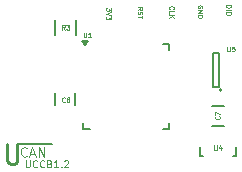
<source format=gto>
G04 #@! TF.FileFunction,Legend,Top*
%FSLAX46Y46*%
G04 Gerber Fmt 4.6, Leading zero omitted, Abs format (unit mm)*
G04 Created by KiCad (PCBNEW 4.0.4-stable) date 12/27/16 16:45:08*
%MOMM*%
%LPD*%
G01*
G04 APERTURE LIST*
%ADD10C,0.100000*%
%ADD11C,0.200000*%
%ADD12C,0.250000*%
%ADD13C,0.150000*%
%ADD14C,0.090000*%
G04 APERTURE END LIST*
D10*
X149825048Y-92678382D02*
X149825048Y-92926001D01*
X149672667Y-92792668D01*
X149672667Y-92849810D01*
X149653619Y-92887906D01*
X149634571Y-92906953D01*
X149596476Y-92926001D01*
X149501238Y-92926001D01*
X149463143Y-92906953D01*
X149444095Y-92887906D01*
X149425048Y-92849810D01*
X149425048Y-92735525D01*
X149444095Y-92697429D01*
X149463143Y-92678382D01*
X149825048Y-93040286D02*
X149425048Y-93173620D01*
X149825048Y-93306953D01*
X149825048Y-93402191D02*
X149825048Y-93649810D01*
X149672667Y-93516477D01*
X149672667Y-93573619D01*
X149653619Y-93611715D01*
X149634571Y-93630762D01*
X149596476Y-93649810D01*
X149501238Y-93649810D01*
X149463143Y-93630762D01*
X149444095Y-93611715D01*
X149425048Y-93573619D01*
X149425048Y-93459334D01*
X149444095Y-93421238D01*
X149463143Y-93402191D01*
X152092048Y-92837096D02*
X152282524Y-92703762D01*
X152092048Y-92608524D02*
X152492048Y-92608524D01*
X152492048Y-92760905D01*
X152473000Y-92799000D01*
X152453952Y-92818048D01*
X152415857Y-92837096D01*
X152358714Y-92837096D01*
X152320619Y-92818048D01*
X152301571Y-92799000D01*
X152282524Y-92760905D01*
X152282524Y-92608524D01*
X152111095Y-92989476D02*
X152092048Y-93046619D01*
X152092048Y-93141857D01*
X152111095Y-93179953D01*
X152130143Y-93199000D01*
X152168238Y-93218048D01*
X152206333Y-93218048D01*
X152244429Y-93199000D01*
X152263476Y-93179953D01*
X152282524Y-93141857D01*
X152301571Y-93065667D01*
X152320619Y-93027572D01*
X152339667Y-93008524D01*
X152377762Y-92989476D01*
X152415857Y-92989476D01*
X152453952Y-93008524D01*
X152473000Y-93027572D01*
X152492048Y-93065667D01*
X152492048Y-93160905D01*
X152473000Y-93218048D01*
X152492048Y-93332333D02*
X152492048Y-93560905D01*
X152092048Y-93446619D02*
X152492048Y-93446619D01*
X154797143Y-92799000D02*
X154778095Y-92779952D01*
X154759048Y-92722809D01*
X154759048Y-92684714D01*
X154778095Y-92627571D01*
X154816190Y-92589476D01*
X154854286Y-92570428D01*
X154930476Y-92551380D01*
X154987619Y-92551380D01*
X155063810Y-92570428D01*
X155101905Y-92589476D01*
X155140000Y-92627571D01*
X155159048Y-92684714D01*
X155159048Y-92722809D01*
X155140000Y-92779952D01*
X155120952Y-92799000D01*
X154759048Y-93160904D02*
X154759048Y-92970428D01*
X155159048Y-92970428D01*
X154759048Y-93294238D02*
X155159048Y-93294238D01*
X154759048Y-93522810D02*
X154987619Y-93351381D01*
X155159048Y-93522810D02*
X154930476Y-93294238D01*
X157553000Y-92684714D02*
X157572048Y-92646619D01*
X157572048Y-92589476D01*
X157553000Y-92532333D01*
X157514905Y-92494238D01*
X157476810Y-92475190D01*
X157400619Y-92456142D01*
X157343476Y-92456142D01*
X157267286Y-92475190D01*
X157229190Y-92494238D01*
X157191095Y-92532333D01*
X157172048Y-92589476D01*
X157172048Y-92627571D01*
X157191095Y-92684714D01*
X157210143Y-92703762D01*
X157343476Y-92703762D01*
X157343476Y-92627571D01*
X157172048Y-92875190D02*
X157572048Y-92875190D01*
X157172048Y-93103762D01*
X157572048Y-93103762D01*
X157172048Y-93294238D02*
X157572048Y-93294238D01*
X157572048Y-93389476D01*
X157553000Y-93446619D01*
X157514905Y-93484714D01*
X157476810Y-93503762D01*
X157400619Y-93522810D01*
X157343476Y-93522810D01*
X157267286Y-93503762D01*
X157229190Y-93484714D01*
X157191095Y-93446619D01*
X157172048Y-93389476D01*
X157172048Y-93294238D01*
X159585048Y-92427476D02*
X159985048Y-92427476D01*
X159985048Y-92522714D01*
X159966000Y-92579857D01*
X159927905Y-92617952D01*
X159889810Y-92637000D01*
X159813619Y-92656048D01*
X159756476Y-92656048D01*
X159680286Y-92637000D01*
X159642190Y-92617952D01*
X159604095Y-92579857D01*
X159585048Y-92522714D01*
X159585048Y-92427476D01*
X159585048Y-92827476D02*
X159985048Y-92827476D01*
X159985048Y-93094143D02*
X159985048Y-93170333D01*
X159966000Y-93208428D01*
X159927905Y-93246524D01*
X159851714Y-93265571D01*
X159718381Y-93265571D01*
X159642190Y-93246524D01*
X159604095Y-93208428D01*
X159585048Y-93170333D01*
X159585048Y-93094143D01*
X159604095Y-93056047D01*
X159642190Y-93017952D01*
X159718381Y-92998904D01*
X159851714Y-92998904D01*
X159927905Y-93017952D01*
X159966000Y-93056047D01*
X159985048Y-93094143D01*
D11*
X141900000Y-104200000D02*
X144800000Y-104200000D01*
D12*
X141906571Y-104225048D02*
X141906571Y-105601238D01*
X141835143Y-105763143D01*
X141763714Y-105844095D01*
X141620857Y-105925048D01*
X141335143Y-105925048D01*
X141192285Y-105844095D01*
X141120857Y-105763143D01*
X141049428Y-105601238D01*
X141049428Y-104225048D01*
D10*
X142685715Y-105185714D02*
X142647620Y-105223810D01*
X142533334Y-105261905D01*
X142457144Y-105261905D01*
X142342858Y-105223810D01*
X142266667Y-105147619D01*
X142228572Y-105071429D01*
X142190477Y-104919048D01*
X142190477Y-104804762D01*
X142228572Y-104652381D01*
X142266667Y-104576190D01*
X142342858Y-104500000D01*
X142457144Y-104461905D01*
X142533334Y-104461905D01*
X142647620Y-104500000D01*
X142685715Y-104538095D01*
X142990477Y-105033333D02*
X143371429Y-105033333D01*
X142914286Y-105261905D02*
X143180953Y-104461905D01*
X143447620Y-105261905D01*
X143714286Y-105261905D02*
X143714286Y-104461905D01*
X144171429Y-105261905D01*
X144171429Y-104461905D01*
X142614286Y-105571429D02*
X142614286Y-106057143D01*
X142642858Y-106114286D01*
X142671429Y-106142857D01*
X142728572Y-106171429D01*
X142842858Y-106171429D01*
X142900000Y-106142857D01*
X142928572Y-106114286D01*
X142957143Y-106057143D01*
X142957143Y-105571429D01*
X143585714Y-106114286D02*
X143557143Y-106142857D01*
X143471429Y-106171429D01*
X143414286Y-106171429D01*
X143328571Y-106142857D01*
X143271429Y-106085714D01*
X143242857Y-106028571D01*
X143214286Y-105914286D01*
X143214286Y-105828571D01*
X143242857Y-105714286D01*
X143271429Y-105657143D01*
X143328571Y-105600000D01*
X143414286Y-105571429D01*
X143471429Y-105571429D01*
X143557143Y-105600000D01*
X143585714Y-105628571D01*
X144185714Y-106114286D02*
X144157143Y-106142857D01*
X144071429Y-106171429D01*
X144014286Y-106171429D01*
X143928571Y-106142857D01*
X143871429Y-106085714D01*
X143842857Y-106028571D01*
X143814286Y-105914286D01*
X143814286Y-105828571D01*
X143842857Y-105714286D01*
X143871429Y-105657143D01*
X143928571Y-105600000D01*
X144014286Y-105571429D01*
X144071429Y-105571429D01*
X144157143Y-105600000D01*
X144185714Y-105628571D01*
X144642857Y-105857143D02*
X144728571Y-105885714D01*
X144757143Y-105914286D01*
X144785714Y-105971429D01*
X144785714Y-106057143D01*
X144757143Y-106114286D01*
X144728571Y-106142857D01*
X144671429Y-106171429D01*
X144442857Y-106171429D01*
X144442857Y-105571429D01*
X144642857Y-105571429D01*
X144700000Y-105600000D01*
X144728571Y-105628571D01*
X144757143Y-105685714D01*
X144757143Y-105742857D01*
X144728571Y-105800000D01*
X144700000Y-105828571D01*
X144642857Y-105857143D01*
X144442857Y-105857143D01*
X145357143Y-106171429D02*
X145014286Y-106171429D01*
X145185714Y-106171429D02*
X145185714Y-105571429D01*
X145128571Y-105657143D01*
X145071429Y-105714286D01*
X145014286Y-105742857D01*
X145614286Y-106114286D02*
X145642858Y-106142857D01*
X145614286Y-106171429D01*
X145585715Y-106142857D01*
X145614286Y-106114286D01*
X145614286Y-106171429D01*
X145871429Y-105628571D02*
X145900000Y-105600000D01*
X145957143Y-105571429D01*
X146100000Y-105571429D01*
X146157143Y-105600000D01*
X146185714Y-105628571D01*
X146214286Y-105685714D01*
X146214286Y-105742857D01*
X146185714Y-105828571D01*
X145842857Y-106171429D01*
X146214286Y-106171429D01*
D13*
X146874000Y-93735600D02*
X146874000Y-94935600D01*
X145124000Y-94935600D02*
X145124000Y-93735600D01*
X157577840Y-105171240D02*
X157626100Y-105171240D01*
X160376820Y-104470200D02*
X160376820Y-105171240D01*
X160376820Y-105171240D02*
X160127900Y-105171240D01*
X157577840Y-105171240D02*
X157377180Y-105171240D01*
X157377180Y-105171240D02*
X157377180Y-104470200D01*
X159199000Y-99642400D02*
G75*
G03X159199000Y-99642400I-100000J0D01*
G01*
X158449000Y-99392400D02*
X158949000Y-99392400D01*
X158449000Y-96492400D02*
X158449000Y-99392400D01*
X158949000Y-96492400D02*
X158449000Y-96492400D01*
X158949000Y-99392400D02*
X158949000Y-96492400D01*
X147605000Y-95639000D02*
X147705000Y-95589000D01*
X147380000Y-95489000D02*
X147605000Y-95639000D01*
X147630000Y-95814000D02*
X147380000Y-95489000D01*
X147880000Y-95489000D02*
X147630000Y-95814000D01*
X147380000Y-95489000D02*
X147880000Y-95489000D01*
X154755000Y-95689000D02*
X154755000Y-96214000D01*
X147505000Y-102939000D02*
X147505000Y-102414000D01*
X154755000Y-102939000D02*
X154755000Y-102414000D01*
X147505000Y-102939000D02*
X148030000Y-102939000D01*
X154755000Y-102939000D02*
X154230000Y-102939000D01*
X154755000Y-95689000D02*
X154230000Y-95689000D01*
X159377000Y-101004000D02*
X158377000Y-101004000D01*
X158377000Y-102704000D02*
X159377000Y-102704000D01*
X145098000Y-99900000D02*
X145098000Y-100900000D01*
X146798000Y-100900000D02*
X146798000Y-99900000D01*
D14*
X145932334Y-94516552D02*
X145799000Y-94326076D01*
X145703762Y-94516552D02*
X145703762Y-94116552D01*
X145856143Y-94116552D01*
X145894238Y-94135600D01*
X145913286Y-94154648D01*
X145932334Y-94192743D01*
X145932334Y-94249886D01*
X145913286Y-94287981D01*
X145894238Y-94307029D01*
X145856143Y-94326076D01*
X145703762Y-94326076D01*
X146065667Y-94116552D02*
X146313286Y-94116552D01*
X146179953Y-94268933D01*
X146237095Y-94268933D01*
X146275191Y-94287981D01*
X146294238Y-94307029D01*
X146313286Y-94345124D01*
X146313286Y-94440362D01*
X146294238Y-94478457D01*
X146275191Y-94497505D01*
X146237095Y-94516552D01*
X146122810Y-94516552D01*
X146084714Y-94497505D01*
X146065667Y-94478457D01*
X158572238Y-104301952D02*
X158572238Y-104625762D01*
X158591286Y-104663857D01*
X158610333Y-104682905D01*
X158648429Y-104701952D01*
X158724619Y-104701952D01*
X158762714Y-104682905D01*
X158781762Y-104663857D01*
X158800810Y-104625762D01*
X158800810Y-104301952D01*
X159162715Y-104435286D02*
X159162715Y-104701952D01*
X159067477Y-104282905D02*
X158972238Y-104568619D01*
X159219858Y-104568619D01*
X159664238Y-95945352D02*
X159664238Y-96269162D01*
X159683286Y-96307257D01*
X159702333Y-96326305D01*
X159740429Y-96345352D01*
X159816619Y-96345352D01*
X159854714Y-96326305D01*
X159873762Y-96307257D01*
X159892810Y-96269162D01*
X159892810Y-95945352D01*
X160273762Y-95945352D02*
X160083286Y-95945352D01*
X160064238Y-96135829D01*
X160083286Y-96116781D01*
X160121381Y-96097733D01*
X160216619Y-96097733D01*
X160254715Y-96116781D01*
X160273762Y-96135829D01*
X160292810Y-96173924D01*
X160292810Y-96269162D01*
X160273762Y-96307257D01*
X160254715Y-96326305D01*
X160216619Y-96345352D01*
X160121381Y-96345352D01*
X160083286Y-96326305D01*
X160064238Y-96307257D01*
X147523238Y-94776952D02*
X147523238Y-95100762D01*
X147542286Y-95138857D01*
X147561333Y-95157905D01*
X147599429Y-95176952D01*
X147675619Y-95176952D01*
X147713714Y-95157905D01*
X147732762Y-95138857D01*
X147751810Y-95100762D01*
X147751810Y-94776952D01*
X148151810Y-95176952D02*
X147923238Y-95176952D01*
X148037524Y-95176952D02*
X148037524Y-94776952D01*
X147999429Y-94834095D01*
X147961334Y-94872190D01*
X147923238Y-94891238D01*
X159019857Y-101866666D02*
X159038905Y-101885714D01*
X159057952Y-101942857D01*
X159057952Y-101980952D01*
X159038905Y-102038095D01*
X159000810Y-102076190D01*
X158962714Y-102095238D01*
X158886524Y-102114286D01*
X158829381Y-102114286D01*
X158753190Y-102095238D01*
X158715095Y-102076190D01*
X158677000Y-102038095D01*
X158657952Y-101980952D01*
X158657952Y-101942857D01*
X158677000Y-101885714D01*
X158696048Y-101866666D01*
X158657952Y-101733333D02*
X158657952Y-101466666D01*
X159057952Y-101638095D01*
X145933334Y-100606857D02*
X145914286Y-100625905D01*
X145857143Y-100644952D01*
X145819048Y-100644952D01*
X145761905Y-100625905D01*
X145723810Y-100587810D01*
X145704762Y-100549714D01*
X145685714Y-100473524D01*
X145685714Y-100416381D01*
X145704762Y-100340190D01*
X145723810Y-100302095D01*
X145761905Y-100264000D01*
X145819048Y-100244952D01*
X145857143Y-100244952D01*
X145914286Y-100264000D01*
X145933334Y-100283048D01*
X146161905Y-100416381D02*
X146123810Y-100397333D01*
X146104762Y-100378286D01*
X146085714Y-100340190D01*
X146085714Y-100321143D01*
X146104762Y-100283048D01*
X146123810Y-100264000D01*
X146161905Y-100244952D01*
X146238095Y-100244952D01*
X146276191Y-100264000D01*
X146295238Y-100283048D01*
X146314286Y-100321143D01*
X146314286Y-100340190D01*
X146295238Y-100378286D01*
X146276191Y-100397333D01*
X146238095Y-100416381D01*
X146161905Y-100416381D01*
X146123810Y-100435429D01*
X146104762Y-100454476D01*
X146085714Y-100492571D01*
X146085714Y-100568762D01*
X146104762Y-100606857D01*
X146123810Y-100625905D01*
X146161905Y-100644952D01*
X146238095Y-100644952D01*
X146276191Y-100625905D01*
X146295238Y-100606857D01*
X146314286Y-100568762D01*
X146314286Y-100492571D01*
X146295238Y-100454476D01*
X146276191Y-100435429D01*
X146238095Y-100416381D01*
M02*

</source>
